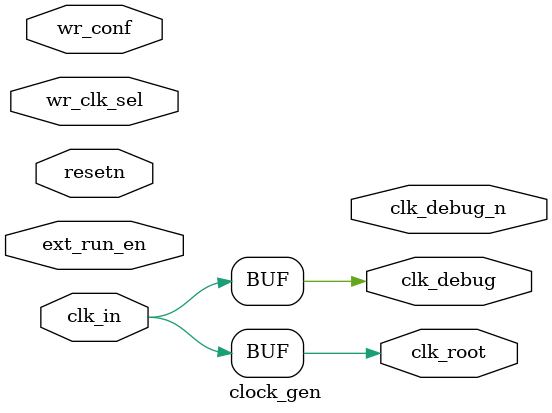
<source format=v>

module clock_gen ( clk_in,
                   resetn,
                   wr_clk_sel,
                   wr_conf,
                   //cubev_dli_din0,
                   ext_run_en,
                   clk_root,
                   clk_debug,
                   clk_debug_n);

input clk_in;
input resetn;
input wr_clk_sel;
input wr_conf;
//input [31:0] cubev_dli_din0;
input ext_run_en;
output clk_root;
output clk_debug;
output clk_debug_n;

assign clk_root = clk_in;
assign clk_debug = clk_in;


endmodule

</source>
